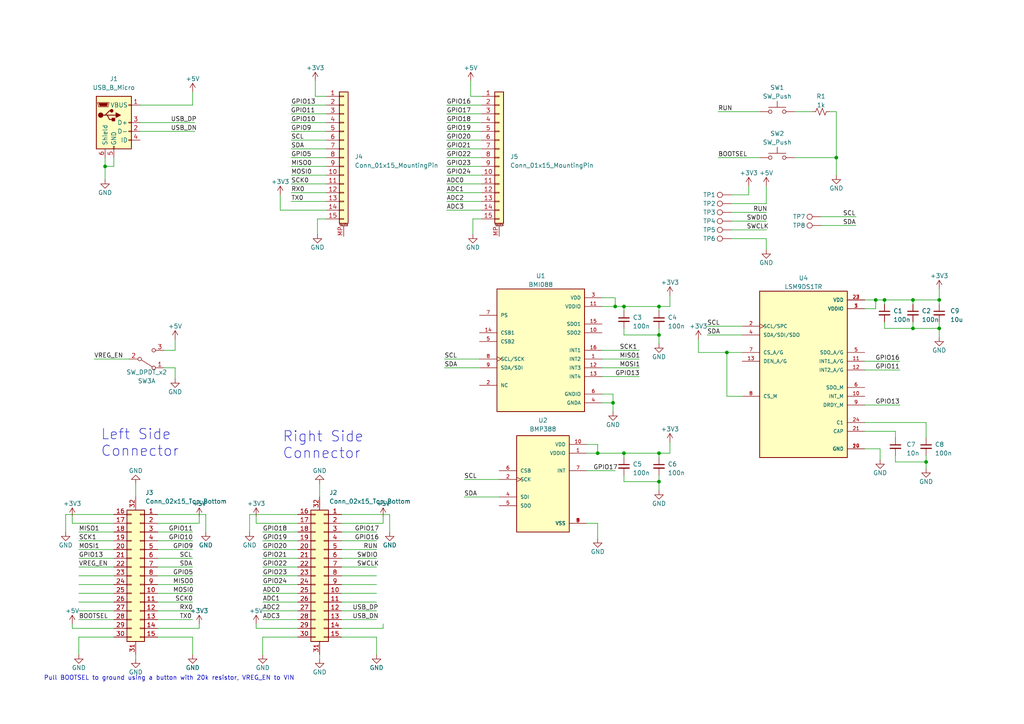
<source format=kicad_sch>
(kicad_sch (version 20231120) (generator "eeschema") (generator_version "8.0")
  (paper "A4")
  (lib_symbols
    (symbol "BMI088:BMI088" (pin_names (offset 1.016))
      (property "Reference" "U" (at -12.7 18.415 0))
      (property "Value" "BMI088" (at -12.7 -20.32 0))
      (symbol "BMI088_0_0"
        (rectangle (start -12.7 -17.78) (end 12.7 17.78) (stroke (width 0.254)) (fill (type background)))
        (pin bidirectional line (at 17.78 -2.54 180) (length 5.08) (name "INT2") (number "1"))
        (pin output line (at 17.78 5.08 180) (length 5.08) (name "SDO2") (number "10"))
        (pin power_in line (at 17.78 12.7 180) (length 5.08) (name "VDDIO") (number "11"))
        (pin bidirectional line (at 17.78 -5.08 180) (length 5.08) (name "INT3") (number "12"))
        (pin bidirectional line (at 17.78 -7.62 180) (length 5.08) (name "INT4") (number "13"))
        (pin input line (at -17.78 5.08 0) (length 5.08) (name "CSB1") (number "14"))
        (pin output line (at 17.78 7.62 180) (length 5.08) (name "SDO1") (number "15"))
        (pin bidirectional line (at 17.78 0 180) (length 5.08) (name "INT1") (number "16"))
        (pin passive line (at -17.78 -10.16 0) (length 5.08) (name "NC") (number "2"))
        (pin power_in line (at 17.78 15.24 180) (length 5.08) (name "VDD") (number "3"))
        (pin power_in line (at 17.78 -15.24 180) (length 5.08) (name "GNDA") (number "4"))
        (pin input line (at -17.78 2.54 0) (length 5.08) (name "CSB2") (number "5"))
        (pin power_in line (at 17.78 -12.7 180) (length 5.08) (name "GNDIO") (number "6"))
        (pin input line (at -17.78 10.16 0) (length 5.08) (name "PS") (number "7"))
        (pin input clock (at -17.78 -2.54 0) (length 5.08) (name "SCL/SCK") (number "8"))
        (pin bidirectional line (at -17.78 -5.08 0) (length 5.08) (name "SDA/SDI") (number "9"))
      )
    )
    (symbol "BMP388:BMP388" (pin_names (offset 1.016))
      (property "Reference" "U" (at -7.6281 15.2562 0))
      (property "Value" "BMP388" (at -7.6268 -15.2536 0))
      (symbol "BMP388_0_0"
        (rectangle (start -7.62 -12.7) (end 7.62 15.24) (stroke (width 0.254)) (fill (type background)))
        (pin power_in line (at 12.7 10.16 180) (length 5.08) (name "VDDIO") (number "1"))
        (pin power_in line (at 12.7 12.7 180) (length 5.08) (name "VDD") (number "10"))
        (pin input clock (at -12.7 2.54 0) (length 5.08) (name "SCK") (number "2"))
        (pin power_in line (at 12.7 -10.16 180) (length 5.08) (name "VSS") (number "3"))
        (pin bidirectional line (at -12.7 -2.54 0) (length 5.08) (name "SDI") (number "4"))
        (pin bidirectional line (at -12.7 -5.08 0) (length 5.08) (name "SDO") (number "5"))
        (pin input line (at -12.7 5.08 0) (length 5.08) (name "CSB") (number "6"))
        (pin output line (at 12.7 5.08 180) (length 5.08) (name "INT") (number "7"))
        (pin power_in line (at 12.7 -10.16 180) (length 5.08) (name "VSS") (number "8"))
        (pin power_in line (at 12.7 -10.16 180) (length 5.08) (name "VSS") (number "9"))
      )
    )
    (symbol "Connector:TestPoint" (pin_numbers hide) (pin_names (offset 0.762) hide)
      (property "Reference" "TP" (at 0 6.858 0))
      (property "Value" "TestPoint" (at 0 5.08 0))
      (symbol "TestPoint_0_1"
        (circle (center 0 3.302) (radius 0.762))
      )
      (symbol "TestPoint_1_1"
        (pin passive line (at 0 0 90) (length 2.54) (name "1") (number "1"))
      )
    )
    (symbol "Connector:USB_B_Micro" (pin_names (offset 1.016))
      (property "Reference" "J" (at -5.08 11.43 0))
      (property "Value" "USB_B_Micro" (at -5.08 8.89 0))
      (symbol "USB_B_Micro_0_1"
        (rectangle (start -5.08 -7.62) (end 5.08 7.62) (stroke (width 0.254)) (fill (type background)))
        (circle (center -3.81 2.159) (radius 0.635) (stroke (width 0.254)) (fill (type outline)))
        (circle (center -0.635 3.429) (radius 0.381) (stroke (width 0.254)) (fill (type outline)))
        (rectangle (start -0.127 -7.62) (end 0.127 -6.858))
        (polyline (pts (xy -1.905 2.159) (xy 0.635 2.159)) (stroke (width 0.254)))
        (polyline (pts (xy -3.175 2.159) (xy -2.54 2.159) (xy -1.27 3.429) (xy -0.635 3.429)) (stroke (width 0.254)))
        (polyline (pts (xy -2.54 2.159) (xy -1.905 2.159) (xy -1.27 0.889) (xy 0 0.889)) (stroke (width 0.254)))
        (polyline (pts (xy 0.635 2.794) (xy 0.635 1.524) (xy 1.905 2.159) (xy 0.635 2.794)) (stroke (width 0.254)) (fill (type outline)))
        (polyline (pts (xy -4.318 5.588) (xy -1.778 5.588) (xy -2.032 4.826) (xy -4.064 4.826) (xy -4.318 5.588)) (fill (type outline)))
        (polyline (pts (xy -4.699 5.842) (xy -4.699 5.588) (xy -4.445 4.826) (xy -4.445 4.572) (xy -1.651 4.572) (xy -1.651 4.826) (xy -1.397 5.588) (xy -1.397 5.842) (xy -4.699 5.842)))
        (rectangle (start 0.254 1.27) (end -0.508 0.508) (stroke (width 0.254)) (fill (type outline)))
        (rectangle (start 5.08 -5.207) (end 4.318 -4.953))
        (rectangle (start 5.08 -2.667) (end 4.318 -2.413))
        (rectangle (start 5.08 -0.127) (end 4.318 0.127))
        (rectangle (start 5.08 4.953) (end 4.318 5.207))
      )
      (symbol "USB_B_Micro_1_1"
        (pin power_out line (at 7.62 5.08 180) (length 2.54) (name "VBUS") (number "1"))
        (pin bidirectional line (at 7.62 -2.54 180) (length 2.54) (name "D-") (number "2"))
        (pin bidirectional line (at 7.62 0 180) (length 2.54) (name "D+") (number "3"))
        (pin passive line (at 7.62 -5.08 180) (length 2.54) (name "ID") (number "4"))
        (pin power_out line (at 0 -10.16 90) (length 2.54) (name "GND") (number "5"))
        (pin passive line (at -2.54 -10.16 90) (length 2.54) (name "Shield") (number "6"))
      )
    )
    (symbol "Connector_Generic_MountingPin:Conn_01x15_MountingPin" (pin_names (offset 1.016) hide)
      (property "Reference" "J" (at 0 20.32 0))
      (property "Value" "Conn_01x15_MountingPin" (at 1.27 -20.32 0))
      (symbol "Conn_01x15_MountingPin_1_1"
        (rectangle (start -1.27 -17.653) (end 0 -17.907) (stroke (width 0.1524)))
        (rectangle (start -1.27 -15.113) (end 0 -15.367) (stroke (width 0.1524)))
        (rectangle (start -1.27 -12.573) (end 0 -12.827) (stroke (width 0.1524)))
        (rectangle (start -1.27 -10.033) (end 0 -10.287) (stroke (width 0.1524)))
        (rectangle (start -1.27 -7.493) (end 0 -7.747) (stroke (width 0.1524)))
        (rectangle (start -1.27 -4.953) (end 0 -5.207) (stroke (width 0.1524)))
        (rectangle (start -1.27 -2.413) (end 0 -2.667) (stroke (width 0.1524)))
        (rectangle (start -1.27 0.127) (end 0 -0.127) (stroke (width 0.1524)))
        (rectangle (start -1.27 2.667) (end 0 2.413) (stroke (width 0.1524)))
        (rectangle (start -1.27 5.207) (end 0 4.953) (stroke (width 0.1524)))
        (rectangle (start -1.27 7.747) (end 0 7.493) (stroke (width 0.1524)))
        (rectangle (start -1.27 10.287) (end 0 10.033) (stroke (width 0.1524)))
        (rectangle (start -1.27 12.827) (end 0 12.573) (stroke (width 0.1524)))
        (rectangle (start -1.27 15.367) (end 0 15.113) (stroke (width 0.1524)))
        (rectangle (start -1.27 17.907) (end 0 17.653) (stroke (width 0.1524)))
        (rectangle (start -1.27 19.05) (end 1.27 -19.05) (stroke (width 0.254)) (fill (type background)))
        (polyline (pts (xy -1.016 -19.812) (xy 1.016 -19.812)) (stroke (width 0.1524)))
        (text "Mounting" (at 0 -19.431 0) (effects (font (size 0.381 0.381))))
        (pin passive line (at -5.08 17.78 0) (length 3.81) (name "Pin_1") (number "1"))
        (pin passive line (at -5.08 -5.08 0) (length 3.81) (name "Pin_10") (number "10"))
        (pin passive line (at -5.08 -7.62 0) (length 3.81) (name "Pin_11") (number "11"))
        (pin passive line (at -5.08 -10.16 0) (length 3.81) (name "Pin_12") (number "12"))
        (pin passive line (at -5.08 -12.7 0) (length 3.81) (name "Pin_13") (number "13"))
        (pin passive line (at -5.08 -15.24 0) (length 3.81) (name "Pin_14") (number "14"))
        (pin passive line (at -5.08 -17.78 0) (length 3.81) (name "Pin_15") (number "15"))
        (pin passive line (at -5.08 15.24 0) (length 3.81) (name "Pin_2") (number "2"))
        (pin passive line (at -5.08 12.7 0) (length 3.81) (name "Pin_3") (number "3"))
        (pin passive line (at -5.08 10.16 0) (length 3.81) (name "Pin_4") (number "4"))
        (pin passive line (at -5.08 7.62 0) (length 3.81) (name "Pin_5") (number "5"))
        (pin passive line (at -5.08 5.08 0) (length 3.81) (name "Pin_6") (number "6"))
        (pin passive line (at -5.08 2.54 0) (length 3.81) (name "Pin_7") (number "7"))
        (pin passive line (at -5.08 0 0) (length 3.81) (name "Pin_8") (number "8"))
        (pin passive line (at -5.08 -2.54 0) (length 3.81) (name "Pin_9") (number "9"))
        (pin passive line (at 0 -22.86 90) (length 3.048) (name "MountPin") (number "MP"))
      )
    )
    (symbol "Customs_Connectors:Conn_02x15_Top_Bottom" (pin_names (offset 1.016) hide)
      (property "Reference" "J" (at 2.54 20.32 0))
      (property "Value" "Conn_02x15_Top_Bottom" (at 1.27 -20.32 0))
      (symbol "Conn_02x15_Top_Bottom_1_1"
        (rectangle (start -1.27 -19.05) (end 3.81 19.05) (stroke (width 0.254)) (fill (type background)))
        (rectangle (start 0 -17.907) (end -1.27 -17.653) (stroke (width 0.1524)))
        (rectangle (start 0 -15.367) (end -1.27 -15.113) (stroke (width 0.1524)))
        (rectangle (start 0 -12.827) (end -1.27 -12.573) (stroke (width 0.1524)))
        (rectangle (start 0 -10.287) (end -1.27 -10.033) (stroke (width 0.1524)))
        (rectangle (start 0 -7.747) (end -1.27 -7.493) (stroke (width 0.1524)))
        (rectangle (start 0 -5.207) (end -1.27 -4.953) (stroke (width 0.1524)))
        (rectangle (start 0 -2.667) (end -1.27 -2.413) (stroke (width 0.1524)))
        (rectangle (start 0 -0.127) (end -1.27 0.127) (stroke (width 0.1524)))
        (rectangle (start 0 2.413) (end -1.27 2.667) (stroke (width 0.1524)))
        (rectangle (start 0 4.953) (end -1.27 5.207) (stroke (width 0.1524)))
        (rectangle (start 0 7.493) (end -1.27 7.747) (stroke (width 0.1524)))
        (rectangle (start 0 10.033) (end -1.27 10.287) (stroke (width 0.1524)))
        (rectangle (start 0 12.573) (end -1.27 12.827) (stroke (width 0.1524)))
        (rectangle (start 0 15.113) (end -1.27 15.367) (stroke (width 0.1524)))
        (rectangle (start 0 17.653) (end -1.27 17.907) (stroke (width 0.1524)))
        (rectangle (start 2.54 -17.907) (end 3.81 -17.653) (stroke (width 0.1524)))
        (rectangle (start 2.54 -15.367) (end 3.81 -15.113) (stroke (width 0.1524)))
        (rectangle (start 2.54 -12.827) (end 3.81 -12.573) (stroke (width 0.1524)))
        (rectangle (start 2.54 -10.287) (end 3.81 -10.033) (stroke (width 0.1524)))
        (rectangle (start 2.54 -7.747) (end 3.81 -7.493) (stroke (width 0.1524)))
        (rectangle (start 2.54 -5.207) (end 3.81 -4.953) (stroke (width 0.1524)))
        (rectangle (start 2.54 -2.667) (end 3.81 -2.413) (stroke (width 0.1524)))
        (rectangle (start 2.54 -0.127) (end 3.81 0.127) (stroke (width 0.1524)))
        (rectangle (start 2.54 2.413) (end 3.81 2.667) (stroke (width 0.1524)))
        (rectangle (start 2.54 4.953) (end 3.81 5.207) (stroke (width 0.1524)))
        (rectangle (start 2.54 7.493) (end 3.81 7.747) (stroke (width 0.1524)))
        (rectangle (start 2.54 10.033) (end 3.81 10.287) (stroke (width 0.1524)))
        (rectangle (start 2.54 12.573) (end 3.81 12.827) (stroke (width 0.1524)))
        (rectangle (start 2.54 15.113) (end 3.81 15.367) (stroke (width 0.1524)))
        (rectangle (start 2.54 17.653) (end 3.81 17.907) (stroke (width 0.1524)))
        (pin passive line (at 7.62 17.78 180) (length 3.81) (name "Pin_1") (number "1"))
        (pin passive line (at 7.62 -5.08 180) (length 3.81) (name "Pin_10") (number "10"))
        (pin passive line (at 7.62 -7.62 180) (length 3.81) (name "Pin_11") (number "11"))
        (pin passive line (at 7.62 -10.16 180) (length 3.81) (name "Pin_12") (number "12"))
        (pin passive line (at 7.62 -12.7 180) (length 3.81) (name "Pin_13") (number "13"))
        (pin passive line (at 7.62 -15.24 180) (length 3.81) (name "Pin_14") (number "14"))
        (pin passive line (at 7.62 -17.78 180) (length 3.81) (name "Pin_15") (number "15"))
        (pin passive line (at -5.08 17.78 0) (length 3.81) (name "Pin_16") (number "16"))
        (pin passive line (at -5.08 15.24 0) (length 3.81) (name "Pin_17") (number "17"))
        (pin passive line (at -5.08 12.7 0) (length 3.81) (name "Pin_18") (number "18"))
        (pin passive line (at -5.08 10.16 0) (length 3.81) (name "Pin_19") (number "19"))
        (pin passive line (at 7.62 15.24 180) (length 3.81) (name "Pin_2") (number "2"))
        (pin passive line (at -5.08 7.62 0) (length 3.81) (name "Pin_20") (number "20"))
        (pin passive line (at -5.08 5.08 0) (length 3.81) (name "Pin_21") (number "21"))
        (pin passive line (at -5.08 2.54 0) (length 3.81) (name "Pin_22") (number "22"))
        (pin passive line (at -5.08 0 0) (length 3.81) (name "Pin_23") (number "23"))
        (pin passive line (at -5.08 -2.54 0) (length 3.81) (name "Pin_24") (number "24"))
        (pin passive line (at -5.08 -5.08 0) (length 3.81) (name "Pin_25") (number "25"))
        (pin passive line (at -5.08 -7.62 0) (length 3.81) (name "Pin_26") (number "26"))
        (pin passive line (at -5.08 -10.16 0) (length 3.81) (name "Pin_27") (number "27"))
        (pin passive line (at -5.08 -12.7 0) (length 3.81) (name "Pin_28") (number "28"))
        (pin passive line (at -5.08 -15.24 0) (length 3.81) (name "Pin_29") (number "29"))
        (pin passive line (at 7.62 12.7 180) (length 3.81) (name "Pin_3") (number "3"))
        (pin passive line (at -5.08 -17.78 0) (length 3.81) (name "Pin_30") (number "30"))
        (pin passive line (at 1.27 -22.86 90) (length 3.81) (name "Pin_30") (number "31"))
        (pin passive line (at 1.27 22.86 270) (length 3.81) (name "Pin_30") (number "32"))
        (pin passive line (at 7.62 10.16 180) (length 3.81) (name "Pin_4") (number "4"))
        (pin passive line (at 7.62 7.62 180) (length 3.81) (name "Pin_5") (number "5"))
        (pin passive line (at 7.62 5.08 180) (length 3.81) (name "Pin_6") (number "6"))
        (pin passive line (at 7.62 2.54 180) (length 3.81) (name "Pin_7") (number "7"))
        (pin passive line (at 7.62 0 180) (length 3.81) (name "Pin_8") (number "8"))
        (pin passive line (at 7.62 -2.54 180) (length 3.81) (name "Pin_9") (number "9"))
      )
    )
    (symbol "Device:C_Small" (pin_numbers hide) (pin_names (offset 0.254) hide)
      (property "Reference" "C" (at 0.254 1.778 0))
      (property "Value" "C_Small" (at 0.254 -2.032 0))
      (symbol "C_Small_0_1"
        (polyline (pts (xy -1.524 -0.508) (xy 1.524 -0.508)) (stroke (width 0.3302)))
        (polyline (pts (xy -1.524 0.508) (xy 1.524 0.508)) (stroke (width 0.3048)))
      )
      (symbol "C_Small_1_1"
        (pin passive line (at 0 2.54 270) (length 2.032) (name "~") (number "1"))
        (pin passive line (at 0 -2.54 90) (length 2.032) (name "~") (number "2"))
      )
    )
    (symbol "Device:R_Small_US" (pin_numbers hide) (pin_names (offset 0.254) hide)
      (property "Reference" "R" (at 0.762 0.508 0))
      (property "Value" "R_Small_US" (at 0.762 -1.016 0))
      (symbol "R_Small_US_1_1"
        (polyline (pts (xy 0 0) (xy 1.016 -0.381) (xy 0 -0.762) (xy -1.016 -1.143) (xy 0 -1.524)))
        (polyline (pts (xy 0 1.524) (xy 1.016 1.143) (xy 0 0.762) (xy -1.016 0.381) (xy 0 0)))
        (pin passive line (at 0 2.54 270) (length 1.016) (name "~") (number "1"))
        (pin passive line (at 0 -2.54 90) (length 1.016) (name "~") (number "2"))
      )
    )
    (symbol "LSM9DS1TR:LSM9DS1TR" (pin_names (offset 1.016))
      (property "Reference" "U" (at -12.7213 26.0786 0))
      (property "Value" "LSM9DS1TR" (at -12.7214 -25.4427 0))
      (symbol "LSM9DS1TR_0_0"
        (rectangle (start -12.7 -22.86) (end 12.7 25.4) (stroke (width 0.254)) (fill (type background)))
        (pin power_in line (at 17.78 20.32 180) (length 5.08) (name "VDDIO") (number "1"))
        (pin output line (at 17.78 -5.08 180) (length 5.08) (name "INT_M") (number "10"))
        (pin output line (at 17.78 5.08 180) (length 5.08) (name "INT1_A/G") (number "11"))
        (pin output line (at 17.78 2.54 180) (length 5.08) (name "INT2_A/G") (number "12"))
        (pin input line (at -17.78 5.08 0) (length 5.08) (name "DEN_A/G") (number "13"))
        (pin power_in line (at 17.78 -20.32 180) (length 5.08) (name "GND") (number "19"))
        (pin input clock (at -17.78 15.24 0) (length 5.08) (name "SCL/SPC") (number "2"))
        (pin power_in line (at 17.78 -20.32 180) (length 5.08) (name "GND") (number "20"))
        (pin passive line (at 17.78 -15.24 180) (length 5.08) (name "CAP") (number "21"))
        (pin power_in line (at 17.78 22.86 180) (length 5.08) (name "VDD") (number "22"))
        (pin power_in line (at 17.78 22.86 180) (length 5.08) (name "VDD") (number "23"))
        (pin passive line (at 17.78 -12.7 180) (length 5.08) (name "C1") (number "24"))
        (pin power_in line (at 17.78 20.32 180) (length 5.08) (name "VDDIO") (number "3"))
        (pin bidirectional line (at -17.78 12.7 0) (length 5.08) (name "SDA/SDI/SDO") (number "4"))
        (pin output line (at 17.78 7.62 180) (length 5.08) (name "SDO_A/G") (number "5"))
        (pin output line (at 17.78 -2.54 180) (length 5.08) (name "SDO_M") (number "6"))
        (pin input line (at -17.78 7.62 0) (length 5.08) (name "CS_A/G") (number "7"))
        (pin input line (at -17.78 -5.08 0) (length 5.08) (name "CS_M") (number "8"))
        (pin output line (at 17.78 -7.62 180) (length 5.08) (name "DRDY_M") (number "9"))
      )
    )
    (symbol "Switch:SW_DPDT_x2" (pin_names (offset 0) hide)
      (property "Reference" "SW" (at 0 4.318 0))
      (property "Value" "SW_DPDT_x2" (at 0 -5.08 0))
      (symbol "SW_DPDT_x2_0_0"
        (circle (center -2.032 0) (radius 0.508))
        (circle (center 2.032 -2.54) (radius 0.508))
      )
      (symbol "SW_DPDT_x2_0_1"
        (polyline (pts (xy -1.524 0.254) (xy 1.651 2.286)))
        (circle (center 2.032 2.54) (radius 0.508))
      )
      (symbol "SW_DPDT_x2_1_1"
        (pin passive line (at 5.08 2.54 180) (length 2.54) (name "A") (number "1"))
        (pin passive line (at -5.08 0 0) (length 2.54) (name "B") (number "2"))
        (pin passive line (at 5.08 -2.54 180) (length 2.54) (name "C") (number "3"))
      )
      (symbol "SW_DPDT_x2_2_1"
        (pin passive line (at 5.08 2.54 180) (length 2.54) (name "A") (number "4"))
        (pin passive line (at -5.08 0 0) (length 2.54) (name "B") (number "5"))
        (pin passive line (at 5.08 -2.54 180) (length 2.54) (name "C") (number "6"))
      )
    )
    (symbol "Switch:SW_Push" (pin_numbers hide) (pin_names (offset 1.016) hide)
      (property "Reference" "SW" (at 1.27 2.54 0))
      (property "Value" "SW_Push" (at 0 -1.524 0))
      (symbol "SW_Push_0_1"
        (circle (center -2.032 0) (radius 0.508))
        (polyline (pts (xy 0 1.27) (xy 0 3.048)))
        (polyline (pts (xy 2.54 1.27) (xy -2.54 1.27)))
        (circle (center 2.032 0) (radius 0.508))
        (pin passive line (at -5.08 0 0) (length 2.54) (name "1") (number "1"))
        (pin passive line (at 5.08 0 180) (length 2.54) (name "2") (number "2"))
      )
    )
    (symbol "power:+3.3V" (power) (pin_names (offset 0))
      (property "Value" "+3.3V" (at 0 3.556 0))
      (symbol "+3.3V_0_1"
        (polyline (pts (xy -0.762 1.27) (xy 0 2.54)))
        (polyline (pts (xy 0 0) (xy 0 2.54)))
        (polyline (pts (xy 0 2.54) (xy 0.762 1.27)))
      )
      (symbol "+3.3V_1_1"
        (pin power_in line (at 0 0 90) (length 0) hide (name "+3V3") (number "1"))
      )
    )
    (symbol "power:+5V" (power) (pin_names (offset 0))
      (property "Value" "+5V" (at 0 3.556 0))
      (symbol "+5V_0_1"
        (polyline (pts (xy -0.762 1.27) (xy 0 2.54)))
        (polyline (pts (xy 0 0) (xy 0 2.54)))
        (polyline (pts (xy 0 2.54) (xy 0.762 1.27)))
      )
      (symbol "+5V_1_1"
        (pin power_in line (at 0 0 90) (length 0) hide (name "+5V") (number "1"))
      )
    )
    (symbol "power:GND" (power) (pin_names (offset 0))
      (property "Value" "GND" (at 0 -3.81 0))
      (symbol "GND_0_1"
        (polyline (pts (xy 0 0) (xy 0 -1.27) (xy 1.27 -1.27) (xy 0 -2.54) (xy -1.27 -1.27) (xy 0 -1.27)))
      )
      (symbol "GND_1_1"
        (pin power_in line (at 0 0 270) (length 0) hide (name "GND") (number "1"))
      )
    )
  )
  (junction (at 264.795 95.25))
  (junction (at 177.8 116.84))
  (junction (at 210.82 102.235))
  (junction (at 242.57 45.72))
  (junction (at 30.48 48.26))
  (junction (at 268.605 133.985))
  (junction (at 256.54 86.995))
  (junction (at 178.435 88.9))
  (junction (at 180.975 131.445))
  (junction (at 191.135 88.9))
  (junction (at 173.355 131.445))
  (junction (at 191.135 139.7))
  (junction (at 191.135 97.155))
  (junction (at 254 86.995))
  (junction (at 272.415 86.995))
  (junction (at 272.415 95.25))
  (junction (at 191.135 131.445))
  (junction (at 264.795 86.995))
  (junction (at 180.975 88.9))
  (wire (pts (xy 250.825 130.175) (xy 255.27 130.175)))
  (wire (pts (xy 217.17 53.975) (xy 217.17 56.515)))
  (wire (pts (xy 174.625 104.14) (xy 185.42 104.14)))
  (wire (pts (xy 134.62 139.065) (xy 144.78 139.065)))
  (wire (pts (xy 20.955 182.245) (xy 33.02 182.245)))
  (wire (pts (xy 240.665 32.385) (xy 242.57 32.385)))
  (wire (pts (xy 20.955 151.765) (xy 33.02 151.765)))
  (wire (pts (xy 91.44 27.94) (xy 94.615 27.94)))
  (wire (pts (xy 99.06 177.165) (xy 109.22 177.165)))
  (wire (pts (xy 22.86 156.845) (xy 33.02 156.845)))
  (wire (pts (xy 74.295 182.245) (xy 86.36 182.245)))
  (wire (pts (xy 210.82 114.935) (xy 215.265 114.935)))
  (wire (pts (xy 57.785 149.86) (xy 57.785 151.765)))
  (wire (pts (xy 81.28 56.515) (xy 81.28 60.96)))
  (wire (pts (xy 254 86.995) (xy 254 89.535)))
  (wire (pts (xy 40.64 38.1) (xy 56.515 38.1)))
  (wire (pts (xy 45.72 179.705) (xy 55.88 179.705)))
  (wire (pts (xy 111.125 149.86) (xy 111.125 151.765)))
  (wire (pts (xy 99.06 179.705) (xy 109.22 179.705)))
  (wire (pts (xy 128.905 104.14) (xy 139.065 104.14)))
  (wire (pts (xy 76.2 167.005) (xy 86.36 167.005)))
  (wire (pts (xy 39.37 189.865) (xy 39.37 191.135)))
  (wire (pts (xy 22.86 164.465) (xy 33.02 164.465)))
  (wire (pts (xy 76.2 184.785) (xy 86.36 184.785)))
  (wire (pts (xy 76.2 174.625) (xy 86.36 174.625)))
  (wire (pts (xy 45.72 172.085) (xy 55.88 172.085)))
  (wire (pts (xy 22.86 161.925) (xy 33.02 161.925)))
  (wire (pts (xy 194.31 85.725) (xy 194.31 88.9)))
  (wire (pts (xy 250.825 122.555) (xy 268.605 122.555)))
  (wire (pts (xy 19.05 149.225) (xy 33.02 149.225)))
  (wire (pts (xy 205.105 94.615) (xy 215.265 94.615)))
  (wire (pts (xy 129.54 50.8) (xy 139.7 50.8)))
  (wire (pts (xy 177.8 116.84) (xy 177.8 119.38)))
  (wire (pts (xy 250.825 125.095) (xy 259.715 125.095)))
  (wire (pts (xy 40.64 30.48) (xy 55.88 30.48)))
  (wire (pts (xy 94.615 60.96) (xy 81.28 60.96)))
  (wire (pts (xy 170.18 128.905) (xy 173.355 128.905)))
  (wire (pts (xy 76.2 172.085) (xy 86.36 172.085)))
  (wire (pts (xy 45.72 182.245) (xy 57.785 182.245)))
  (wire (pts (xy 212.09 66.675) (xy 222.25 66.675)))
  (wire (pts (xy 272.415 83.82) (xy 272.415 86.995)))
  (wire (pts (xy 191.135 131.445) (xy 191.135 132.715)))
  (wire (pts (xy 50.8 98.425) (xy 50.8 101.6)))
  (wire (pts (xy 191.135 139.7) (xy 191.135 137.795)))
  (wire (pts (xy 178.435 88.9) (xy 178.435 86.36)))
  (wire (pts (xy 99.06 167.005) (xy 109.22 167.005)))
  (wire (pts (xy 173.355 151.765) (xy 173.355 156.21)))
  (wire (pts (xy 99.06 149.225) (xy 113.03 149.225)))
  (wire (pts (xy 173.355 131.445) (xy 180.975 131.445)))
  (wire (pts (xy 202.565 102.235) (xy 210.82 102.235)))
  (wire (pts (xy 256.54 86.995) (xy 264.795 86.995)))
  (wire (pts (xy 45.72 159.385) (xy 55.88 159.385)))
  (wire (pts (xy 254 86.995) (xy 256.54 86.995)))
  (wire (pts (xy 174.625 109.22) (xy 185.42 109.22)))
  (wire (pts (xy 212.09 61.595) (xy 222.25 61.595)))
  (wire (pts (xy 178.435 88.9) (xy 180.975 88.9)))
  (wire (pts (xy 22.86 154.305) (xy 33.02 154.305)))
  (wire (pts (xy 92.71 189.865) (xy 92.71 191.135)))
  (wire (pts (xy 129.54 48.26) (xy 139.7 48.26)))
  (wire (pts (xy 242.57 45.72) (xy 242.57 50.8)))
  (wire (pts (xy 76.2 164.465) (xy 86.36 164.465)))
  (wire (pts (xy 191.135 97.155) (xy 191.135 95.25)))
  (wire (pts (xy 180.975 88.9) (xy 180.975 90.17)))
  (wire (pts (xy 33.02 45.72) (xy 33.02 48.26)))
  (wire (pts (xy 170.18 136.525) (xy 178.435 136.525)))
  (wire (pts (xy 129.54 53.34) (xy 139.7 53.34)))
  (wire (pts (xy 136.525 23.495) (xy 136.525 27.94)))
  (wire (pts (xy 27.305 104.14) (xy 37.465 104.14)))
  (wire (pts (xy 208.28 32.385) (xy 220.345 32.385)))
  (wire (pts (xy 174.625 101.6) (xy 185.42 101.6)))
  (wire (pts (xy 202.565 98.425) (xy 202.565 102.235)))
  (wire (pts (xy 264.795 95.25) (xy 264.795 93.345)))
  (wire (pts (xy 76.2 179.705) (xy 86.36 179.705)))
  (wire (pts (xy 22.86 169.545) (xy 33.02 169.545)))
  (wire (pts (xy 99.06 172.085) (xy 109.22 172.085)))
  (wire (pts (xy 30.48 45.72) (xy 30.48 48.26)))
  (wire (pts (xy 84.455 40.64) (xy 94.615 40.64)))
  (wire (pts (xy 76.2 177.165) (xy 86.36 177.165)))
  (wire (pts (xy 180.975 139.7) (xy 191.135 139.7)))
  (wire (pts (xy 230.505 32.385) (xy 235.585 32.385)))
  (wire (pts (xy 84.455 50.8) (xy 94.615 50.8)))
  (wire (pts (xy 45.72 154.305) (xy 55.88 154.305)))
  (wire (pts (xy 55.88 184.785) (xy 55.88 189.865)))
  (wire (pts (xy 129.54 30.48) (xy 139.7 30.48)))
  (wire (pts (xy 180.975 95.25) (xy 180.975 97.155)))
  (wire (pts (xy 99.06 154.305) (xy 109.22 154.305)))
  (wire (pts (xy 33.02 48.26) (xy 30.48 48.26)))
  (wire (pts (xy 74.295 149.86) (xy 74.295 151.765)))
  (wire (pts (xy 99.06 161.925) (xy 109.22 161.925)))
  (wire (pts (xy 129.54 43.18) (xy 139.7 43.18)))
  (wire (pts (xy 91.44 23.495) (xy 91.44 27.94)))
  (wire (pts (xy 84.455 45.72) (xy 94.615 45.72)))
  (wire (pts (xy 47.625 101.6) (xy 50.8 101.6)))
  (wire (pts (xy 272.415 95.25) (xy 272.415 97.79)))
  (wire (pts (xy 170.18 131.445) (xy 173.355 131.445)))
  (wire (pts (xy 136.525 27.94) (xy 139.7 27.94)))
  (wire (pts (xy 177.8 114.3) (xy 177.8 116.84)))
  (wire (pts (xy 84.455 43.18) (xy 94.615 43.18)))
  (wire (pts (xy 215.265 102.235) (xy 210.82 102.235)))
  (wire (pts (xy 84.455 35.56) (xy 94.615 35.56)))
  (wire (pts (xy 99.06 182.245) (xy 111.125 182.245)))
  (wire (pts (xy 174.625 86.36) (xy 178.435 86.36)))
  (wire (pts (xy 76.2 154.305) (xy 86.36 154.305)))
  (wire (pts (xy 238.125 62.865) (xy 248.285 62.865)))
  (wire (pts (xy 129.54 35.56) (xy 139.7 35.56)))
  (wire (pts (xy 230.505 45.72) (xy 242.57 45.72)))
  (wire (pts (xy 45.72 149.225) (xy 59.69 149.225)))
  (wire (pts (xy 272.415 86.995) (xy 272.415 88.265)))
  (wire (pts (xy 191.135 131.445) (xy 194.31 131.445)))
  (wire (pts (xy 99.06 156.845) (xy 109.22 156.845)))
  (wire (pts (xy 99.06 169.545) (xy 109.22 169.545)))
  (wire (pts (xy 76.2 156.845) (xy 86.36 156.845)))
  (wire (pts (xy 84.455 48.26) (xy 94.615 48.26)))
  (wire (pts (xy 99.06 151.765) (xy 111.125 151.765)))
  (wire (pts (xy 84.455 58.42) (xy 94.615 58.42)))
  (wire (pts (xy 268.605 122.555) (xy 268.605 127)))
  (wire (pts (xy 205.105 97.155) (xy 215.265 97.155)))
  (wire (pts (xy 84.455 38.1) (xy 94.615 38.1)))
  (wire (pts (xy 255.27 130.175) (xy 255.27 133.35)))
  (wire (pts (xy 259.715 132.08) (xy 259.715 133.985)))
  (wire (pts (xy 45.72 177.165) (xy 55.88 177.165)))
  (wire (pts (xy 111.125 182.245) (xy 111.125 180.975)))
  (wire (pts (xy 72.39 149.225) (xy 72.39 154.305)))
  (wire (pts (xy 129.54 60.96) (xy 139.7 60.96)))
  (wire (pts (xy 76.2 161.925) (xy 86.36 161.925)))
  (wire (pts (xy 260.985 104.775) (xy 250.825 104.775)))
  (wire (pts (xy 22.86 184.785) (xy 33.02 184.785)))
  (wire (pts (xy 22.86 172.085) (xy 33.02 172.085)))
  (wire (pts (xy 208.28 45.72) (xy 220.345 45.72)))
  (wire (pts (xy 20.955 149.86) (xy 20.955 151.765)))
  (wire (pts (xy 74.295 180.975) (xy 74.295 182.245)))
  (wire (pts (xy 45.72 164.465) (xy 55.88 164.465)))
  (wire (pts (xy 22.86 159.385) (xy 33.02 159.385)))
  (wire (pts (xy 57.785 182.245) (xy 57.785 180.975)))
  (wire (pts (xy 30.48 48.26) (xy 30.48 52.07)))
  (wire (pts (xy 22.86 179.705) (xy 33.02 179.705)))
  (wire (pts (xy 174.625 116.84) (xy 177.8 116.84)))
  (wire (pts (xy 242.57 32.385) (xy 242.57 45.72)))
  (wire (pts (xy 45.72 161.925) (xy 55.88 161.925)))
  (wire (pts (xy 92.71 140.335) (xy 92.71 144.145)))
  (wire (pts (xy 259.715 125.095) (xy 259.715 127)))
  (wire (pts (xy 129.54 38.1) (xy 139.7 38.1)))
  (wire (pts (xy 76.2 169.545) (xy 86.36 169.545)))
  (wire (pts (xy 39.37 140.335) (xy 39.37 144.145)))
  (wire (pts (xy 45.72 184.785) (xy 55.88 184.785)))
  (wire (pts (xy 260.985 107.315) (xy 250.825 107.315)))
  (wire (pts (xy 264.795 86.995) (xy 272.415 86.995)))
  (wire (pts (xy 191.135 88.9) (xy 194.31 88.9)))
  (wire (pts (xy 129.54 40.64) (xy 139.7 40.64)))
  (wire (pts (xy 180.975 131.445) (xy 180.975 132.715)))
  (wire (pts (xy 59.69 149.225) (xy 59.69 154.305)))
  (wire (pts (xy 264.795 86.995) (xy 264.795 88.265)))
  (wire (pts (xy 180.975 137.795) (xy 180.975 139.7)))
  (wire (pts (xy 55.88 30.48) (xy 55.88 26.67)))
  (wire (pts (xy 94.615 33.02) (xy 84.455 33.02)))
  (wire (pts (xy 94.615 63.5) (xy 92.075 63.5)))
  (wire (pts (xy 45.72 167.005) (xy 55.88 167.005)))
  (wire (pts (xy 256.54 93.345) (xy 256.54 95.25)))
  (wire (pts (xy 134.62 144.145) (xy 144.78 144.145)))
  (wire (pts (xy 129.54 45.72) (xy 139.7 45.72)))
  (wire (pts (xy 128.905 106.68) (xy 139.065 106.68)))
  (wire (pts (xy 74.295 151.765) (xy 86.36 151.765)))
  (wire (pts (xy 268.605 133.985) (xy 268.605 135.89)))
  (wire (pts (xy 212.09 64.135) (xy 222.25 64.135)))
  (wire (pts (xy 45.72 156.845) (xy 55.88 156.845)))
  (wire (pts (xy 222.25 69.215) (xy 222.25 72.39)))
  (wire (pts (xy 191.135 97.155) (xy 191.135 99.695)))
  (wire (pts (xy 99.06 164.465) (xy 109.22 164.465)))
  (wire (pts (xy 109.22 184.785) (xy 109.22 189.865)))
  (wire (pts (xy 259.715 133.985) (xy 268.605 133.985)))
  (wire (pts (xy 272.415 93.345) (xy 272.415 95.25)))
  (wire (pts (xy 180.975 88.9) (xy 191.135 88.9)))
  (wire (pts (xy 256.54 86.995) (xy 256.54 88.265)))
  (wire (pts (xy 194.31 128.27) (xy 194.31 131.445)))
  (wire (pts (xy 22.86 177.165) (xy 33.02 177.165)))
  (wire (pts (xy 84.455 55.88) (xy 94.615 55.88)))
  (wire (pts (xy 76.2 159.385) (xy 86.36 159.385)))
  (wire (pts (xy 129.54 58.42) (xy 139.7 58.42)))
  (wire (pts (xy 40.64 35.56) (xy 56.515 35.56)))
  (wire (pts (xy 45.72 174.625) (xy 55.88 174.625)))
  (wire (pts (xy 212.09 69.215) (xy 222.25 69.215)))
  (wire (pts (xy 137.16 63.5) (xy 137.16 67.945)))
  (wire (pts (xy 222.25 53.975) (xy 222.25 59.055)))
  (wire (pts (xy 250.825 117.475) (xy 260.985 117.475)))
  (wire (pts (xy 174.625 88.9) (xy 178.435 88.9)))
  (wire (pts (xy 173.355 131.445) (xy 173.355 128.905)))
  (wire (pts (xy 254 89.535) (xy 250.825 89.535)))
  (wire (pts (xy 250.825 86.995) (xy 254 86.995)))
  (wire (pts (xy 99.06 184.785) (xy 109.22 184.785)))
  (wire (pts (xy 174.625 106.68) (xy 185.42 106.68)))
  (wire (pts (xy 99.06 159.385) (xy 109.22 159.385)))
  (wire (pts (xy 170.18 151.765) (xy 173.355 151.765)))
  (wire (pts (xy 212.09 59.055) (xy 222.25 59.055)))
  (wire (pts (xy 84.455 30.48) (xy 94.615 30.48)))
  (wire (pts (xy 113.03 149.225) (xy 113.03 154.305)))
  (wire (pts (xy 268.605 133.985) (xy 268.605 132.08)))
  (wire (pts (xy 20.955 180.975) (xy 20.955 182.245)))
  (wire (pts (xy 92.075 63.5) (xy 92.075 67.945)))
  (wire (pts (xy 180.975 131.445) (xy 191.135 131.445)))
  (wire (pts (xy 210.82 102.235) (xy 210.82 114.935)))
  (wire (pts (xy 174.625 114.3) (xy 177.8 114.3)))
  (wire (pts (xy 212.09 56.515) (xy 217.17 56.515)))
  (wire (pts (xy 22.86 184.785) (xy 22.86 189.865)))
  (wire (pts (xy 22.86 167.005) (xy 33.02 167.005)))
  (wire (pts (xy 22.86 174.625) (xy 33.02 174.625)))
  (wire (pts (xy 129.54 55.88) (xy 139.7 55.88)))
  (wire (pts (xy 19.05 149.225) (xy 19.05 154.305)))
  (wire (pts (xy 191.135 139.7) (xy 191.135 142.24)))
  (wire (pts (xy 256.54 95.25) (xy 264.795 95.25)))
  (wire (pts (xy 238.125 65.405) (xy 248.285 65.405)))
  (wire (pts (xy 191.135 88.9) (xy 191.135 90.17)))
  (wire (pts (xy 129.54 33.02) (xy 139.7 33.02)))
  (wire (pts (xy 139.7 63.5) (xy 137.16 63.5)))
  (wire (pts (xy 45.72 151.765) (xy 57.785 151.765)))
  (wire (pts (xy 84.455 53.34) (xy 94.615 53.34)))
  (wire (pts (xy 99.06 174.625) (xy 109.22 174.625)))
  (wire (pts (xy 47.625 106.68) (xy 50.8 106.68)))
  (wire (pts (xy 45.72 169.545) (xy 55.88 169.545)))
  (wire (pts (xy 72.39 149.225) (xy 86.36 149.225)))
  (wire (pts (xy 50.8 106.68) (xy 50.8 109.855)))
  (wire (pts (xy 76.2 184.785) (xy 76.2 189.865)))
  (wire (pts (xy 180.975 97.155) (xy 191.135 97.155)))
  (wire (pts (xy 264.795 95.25) (xy 272.415 95.25)))
  (text "Left Side\nConnector" (at 29.21 132.715 0) (effects (font (size 3 3)) (justify left bottom)))
  (text "Right Side\nConnector" (at 81.915 133.35 0) (effects (font (size 3 3)) (justify left bottom)))
  (text "Pull BOOTSEL to ground using a button with 20k resistor, VREG_EN to VIN\n" (at 12.7 197.485 0) (effects (font (size 1.27 1.27)) (justify left bottom)))
  (label "GPIO10" (at 84.455 35.56 0))
  (label "SCK0" (at 50.8 174.625 0))
  (label "GPIO22" (at 76.2 164.465 0))
  (label "MOSI0" (at 50.165 172.085 0))
  (label "SCL" (at 52.07 161.925 0))
  (label "GPIO17" (at 129.54 33.02 0))
  (label "SDA" (at 128.905 106.68 0))
  (label "SCK1" (at 179.705 101.6 0))
  (label "MISO0" (at 50.165 169.545 0))
  (label "ADC2" (at 129.54 58.42 0))
  (label "GPIO16" (at 260.985 104.775 180))
  (label "SWDIO" (at 216.535 64.135 0))
  (label "USB_DP" (at 102.235 177.165 0))
  (label "GPIO10" (at 48.895 156.845 0))
  (label "VREG_EN" (at 22.86 164.465 0))
  (label "SWCLK" (at 103.505 164.465 0))
  (label "BOOTSEL" (at 208.28 45.72 0))
  (label "SDA" (at 244.475 65.405 0))
  (label "GPIO19" (at 76.2 156.845 0))
  (label "ADC0" (at 129.54 53.34 0))
  (label "GPIO5" (at 50.165 167.005 0))
  (label "RUN" (at 208.28 32.385 0))
  (label "GPIO13" (at 260.985 117.475 180))
  (label "SCL" (at 244.475 62.865 0))
  (label "GPIO24" (at 76.2 169.545 0))
  (label "GPIO11" (at 91.44 33.02 180))
  (label "SCL" (at 205.105 94.615 0))
  (label "GPIO5" (at 84.455 45.72 0))
  (label "GPIO23" (at 76.2 167.005 0))
  (label "TX0" (at 52.07 179.705 0))
  (label "VREG_EN" (at 27.305 104.14 0))
  (label "SCL" (at 128.905 104.14 0))
  (label "GPIO16" (at 129.54 30.48 0))
  (label "GPIO17" (at 102.87 154.305 0))
  (label "ADC2" (at 76.2 177.165 0))
  (label "SCL" (at 84.455 40.64 0))
  (label "GPIO13" (at 22.86 161.925 0))
  (label "GPIO17" (at 172.085 136.525 0))
  (label "BOOTSEL" (at 22.86 179.705 0))
  (label "SDA" (at 84.455 43.18 0))
  (label "GPIO21" (at 76.2 161.925 0))
  (label "GPIO13" (at 84.455 30.48 0))
  (label "GPIO18" (at 76.2 154.305 0))
  (label "TX0" (at 84.455 58.42 0))
  (label "ADC1" (at 129.54 55.88 0))
  (label "SDA" (at 52.07 164.465 0))
  (label "MOSI1" (at 179.705 106.68 0))
  (label "GPIO16" (at 102.87 156.845 0))
  (label "SWDIO" (at 103.505 161.925 0))
  (label "GPIO20" (at 76.2 159.385 0))
  (label "GPIO24" (at 129.54 50.8 0))
  (label "SDA" (at 205.105 97.155 0))
  (label "GPIO11" (at 48.895 154.305 0))
  (label "SCK0" (at 84.455 53.34 0))
  (label "SWCLK" (at 216.535 66.675 0))
  (label "RX0" (at 84.455 55.88 0))
  (label "GPIO20" (at 129.54 40.64 0))
  (label "MOSI1" (at 22.86 159.385 0))
  (label "GPIO19" (at 129.54 38.1 0))
  (label "MOSI0" (at 84.455 50.8 0))
  (label "ADC3" (at 76.2 179.705 0))
  (label "GPIO9" (at 50.165 159.385 0))
  (label "GPIO9" (at 84.455 38.1 0))
  (label "USB_DN" (at 49.53 38.1 0))
  (label "MISO1" (at 22.86 154.305 0))
  (label "SDA" (at 134.62 144.145 0))
  (label "USB_DN" (at 102.235 179.705 0))
  (label "SCK1" (at 22.86 156.845 0))
  (label "ADC3" (at 129.54 60.96 0))
  (label "GPIO11" (at 260.985 107.315 180))
  (label "MISO1" (at 179.705 104.14 0))
  (label "RX0" (at 52.07 177.165 0))
  (label "GPIO21" (at 129.54 43.18 0))
  (label "GPIO13" (at 178.435 109.22 0))
  (label "ADC0" (at 76.2 172.085 0))
  (label "SCL" (at 134.62 139.065 0))
  (label "ADC1" (at 76.2 174.625 0))
  (label "MISO0" (at 84.455 48.26 0))
  (label "RUN" (at 105.41 159.385 0))
  (label "GPIO22" (at 129.54 45.72 0))
  (label "USB_DP" (at 49.53 35.56 0))
  (label "RUN" (at 218.44 61.595 0))
  (label "GPIO23" (at 129.54 48.26 0))
  (label "GPIO18" (at 129.54 35.56 0))
  (symbol (lib_id "Device:C_Small") (at 191.135 92.71 0) (unit 1)
    (property "Reference" "C4" (at 193.675 92.0813 0) (effects (justify left)))
    (property "Value" "100n" (at 193.675 94.6213 0) (effects (justify left)))
    (property "Footprint" "Capacitor_SMD:C_0603_1608Metric" (effects (hide yes)))
  )
  (symbol (lib_id "power:GND") (at 92.71 191.135 0) (unit 1)
    (property "Reference" "#PWR018" (effects (hide yes)))
    (property "Value" "GND" (at 92.71 194.945 0))
  )
  (symbol (lib_id "power:+5V") (at 111.125 149.86 0) (unit 1)
    (property "Reference" "#PWR030" (effects (hide yes)))
    (property "Value" "+5V" (at 111.125 146.05 0))
  )
  (symbol (lib_id "power:+5V") (at 222.25 53.975 0) (mirror y) (unit 1)
    (property "Reference" "#PWR038" (effects (hide yes)))
    (property "Value" "+5V" (at 222.25 50.165 0))
  )
  (symbol (lib_id "Device:C_Small") (at 268.605 129.54 0) (unit 1)
    (property "Reference" "C8" (at 271.145 128.9113 0) (effects (justify left)))
    (property "Value" "100n" (at 271.145 131.4513 0) (effects (justify left)))
    (property "Footprint" "Capacitor_SMD:C_0603_1608Metric" (effects (hide yes)))
  )
  (symbol (lib_id "power:GND") (at 268.605 135.89 0) (unit 1)
    (property "Reference" "#PWR039" (effects (hide yes)))
    (property "Value" "GND" (at 268.605 139.7 0))
  )
  (symbol (lib_id "power:+5V") (at 50.8 98.425 0) (unit 1)
    (property "Reference" "#PWR042" (effects (hide yes)))
    (property "Value" "+5V" (at 50.8 94.615 0))
  )
  (symbol (lib_id "power:GND") (at 30.48 52.07 0) (unit 1)
    (property "Reference" "#PWR01" (effects (hide yes)))
    (property "Value" "GND" (at 30.48 55.88 0))
  )
  (symbol (lib_id "Connector:TestPoint") (at 212.09 69.215 90) (unit 1)
    (property "Reference" "TP6" (at 205.74 69.215 90))
    (property "Value" "TestPoint" (effects (hide yes)))
    (property "Footprint" "Customs_Connectors:TestPoint_Loop_1.6x0.8mm" (effects (hide yes)))
  )
  (symbol (lib_id "power:GND") (at 222.25 72.39 0) (unit 1)
    (property "Reference" "#PWR036" (effects (hide yes)))
    (property "Value" "GND" (at 222.25 76.2 0))
  )
  (symbol (lib_id "power:+3.3V") (at 91.44 23.495 0) (unit 1)
    (property "Reference" "#PWR03" (effects (hide yes)))
    (property "Value" "+3V3" (at 91.44 19.685 0))
  )
  (symbol (lib_id "Connector:USB_B_Micro") (at 33.02 35.56 0) (unit 1)
    (property "Reference" "J1" (at 33.02 22.86 0))
    (property "Value" "USB_B_Micro" (at 33.02 25.4 0))
    (property "Footprint" "Connector_USB:USB_Micro-B_Amphenol_10104110_Horizontal" (effects (hide yes)))
    (property "Description" "USB Micro Type B connector" (effects (hide yes)))
  )
  (symbol (lib_id "power:GND") (at 109.22 189.865 0) (unit 1)
    (property "Reference" "#PWR034" (effects (hide yes)))
    (property "Value" "GND" (at 109.22 193.675 0))
  )
  (symbol (lib_id "power:+5V") (at 136.525 23.495 0) (mirror y) (unit 1)
    (property "Reference" "#PWR04" (effects (hide yes)))
    (property "Value" "+5V" (at 136.525 19.685 0))
  )
  (symbol (lib_id "power:+3.3V") (at 74.295 149.86 0) (unit 1)
    (property "Reference" "#PWR025" (effects (hide yes)))
    (property "Value" "+3V3" (at 74.295 146.05 0))
  )
  (symbol (lib_id "power:+3.3V") (at 272.415 83.82 0) (unit 1)
    (property "Reference" "#PWR013" (effects (hide yes)))
    (property "Value" "+3V3" (at 272.415 80.01 0))
  )
  (symbol (lib_id "Switch:SW_Push") (at 225.425 32.385 0) (unit 1)
    (property "Reference" "SW1" (at 225.425 25.4 0))
    (property "Value" "SW_Push" (at 225.425 27.94 0))
    (property "Footprint" "Customs_Buttons:PTS815 SJM 250" (effects (hide yes)))
  )
  (symbol (lib_id "Device:C_Small") (at 191.135 135.255 0) (unit 1)
    (property "Reference" "C6" (at 193.675 134.6263 0) (effects (justify left)))
    (property "Value" "100n" (at 193.675 137.1663 0) (effects (justify left)))
    (property "Footprint" "Capacitor_SMD:C_0603_1608Metric" (effects (hide yes)))
  )
  (symbol (lib_id "LSM9DS1TR:LSM9DS1TR") (at 233.045 109.855 0) (unit 1)
    (property "Reference" "U4" (at 233.045 80.645 0))
    (property "Value" "LSM9DS1TR" (at 233.045 83.185 0))
    (property "Footprint" "Customs_Sensors:PQFN43P300X350X102-24N" (effects (hide yes)))
    (property "PARTREV" "3" (effects (hide yes)))
    (property "MANUFACTURER" "ST MICROELECTRONICS" (effects (hide yes)))
    (property "PACKAGE" "LGA-24" (effects (hide yes)))
    (property "STANDARD" "IPC 7351B" (effects (hide yes)))
  )
  (symbol (lib_id "BMP388:BMP388") (at 157.48 141.605 0) (unit 1)
    (property "Reference" "U2" (at 157.48 121.92 0))
    (property "Value" "BMP388" (at 157.48 124.46 0))
    (property "Footprint" "Customs_Sensors:PQFN50P200X200X80-10N" (effects (hide yes)))
    (property "PARTREV" "1.1" (effects (hide yes)))
    (property "STANDARD" "IPC 7351B" (effects (hide yes)))
    (property "MANUFACTURER" "BOSCH" (effects (hide yes)))
  )
  (symbol (lib_id "Connector:TestPoint") (at 212.09 59.055 90) (unit 1)
    (property "Reference" "TP2" (at 205.74 59.055 90))
    (property "Value" "TestPoint" (effects (hide yes)))
    (property "Footprint" "Customs_Connectors:TestPoint_Loop_1.6x0.8mm" (effects (hide yes)))
  )
  (symbol (lib_id "Device:C_Small") (at 256.54 90.805 0) (unit 1)
    (property "Reference" "C1" (at 259.08 90.1763 0) (effects (justify left)))
    (property "Value" "100n" (at 259.08 92.7163 0) (effects (justify left)))
    (property "Footprint" "Capacitor_SMD:C_0603_1608Metric" (effects (hide yes)))
  )
  (symbol (lib_id "power:+3.3V") (at 194.31 128.27 0) (unit 1)
    (property "Reference" "#PWR017" (effects (hide yes)))
    (property "Value" "+3V3" (at 194.31 124.46 0))
  )
  (symbol (lib_id "power:+3.3V") (at 81.28 56.515 0) (unit 1)
    (property "Reference" "#PWR043" (effects (hide yes)))
    (property "Value" "+3V3" (at 81.28 52.705 0))
  )
  (symbol (lib_id "power:+3.3V") (at 194.31 85.725 0) (unit 1)
    (property "Reference" "#PWR015" (effects (hide yes)))
    (property "Value" "+3V3" (at 194.31 81.915 0))
  )
  (symbol (lib_id "Switch:SW_DPDT_x2") (at 42.545 104.14 0) (mirror x) (unit 1)
    (property "Reference" "SW3" (at 42.545 110.49 0))
    (property "Value" "SW_DPDT_x2" (at 42.545 107.95 0))
    (property "Footprint" "Customs_Buttons:SPDT_Switch_AYZ0102AGRLC" (effects (hide yes)))
  )
  (symbol (lib_id "Connector_Generic_MountingPin:Conn_01x15_MountingPin") (at 144.78 45.72 0) (unit 1)
    (property "Reference" "J5" (at 147.955 45.4406 0) (effects (justify left)))
    (property "Value" "Conn_01x15_MountingPin" (at 147.955 47.9806 0) (effects (justify left)))
    (property "Footprint" "Connector_PinSocket_2.54mm:PinSocket_1x15_P2.54mm_Vertical" (effects (hide yes)))
  )
  (symbol (lib_id "power:+3.3V") (at 202.565 98.425 0) (unit 1)
    (property "Reference" "#PWR040" (effects (hide yes)))
    (property "Value" "+3V3" (at 202.565 94.615 0))
  )
  (symbol (lib_id "power:GND") (at 272.415 97.79 0) (unit 1)
    (property "Reference" "#PWR010" (effects (hide yes)))
    (property "Value" "GND" (at 272.415 101.6 0))
  )
  (symbol (lib_id "power:GND") (at 242.57 50.8 0) (unit 1)
    (property "Reference" "#PWR035" (effects (hide yes)))
    (property "Value" "GND" (at 242.57 54.61 0))
  )
  (symbol (lib_id "power:GND") (at 39.37 191.135 0) (unit 1)
    (property "Reference" "#PWR019" (effects (hide yes)))
    (property "Value" "GND" (at 39.37 194.945 0))
  )
  (symbol (lib_id "power:GND") (at 72.39 154.305 0) (unit 1)
    (property "Reference" "#PWR022" (effects (hide yes)))
    (property "Value" "GND" (at 72.39 158.115 0))
  )
  (symbol (lib_id "power:GND") (at 137.16 67.945 0) (unit 1)
    (property "Reference" "#PWR06" (effects (hide yes)))
    (property "Value" "GND" (at 137.16 71.755 0))
  )
  (symbol (lib_id "Device:R_Small_US") (at 238.125 32.385 90) (unit 1)
    (property "Reference" "R1" (at 238.125 27.94 90))
    (property "Value" "1k" (at 238.125 30.48 90))
    (property "Footprint" "Resistor_SMD:R_0603_1608Metric_Pad0.98x0.95mm_HandSolder" (effects (hide yes)))
  )
  (symbol (lib_id "power:+3.3V") (at 20.955 149.86 0) (unit 1)
    (property "Reference" "#PWR024" (effects (hide yes)))
    (property "Value" "+3V3" (at 20.955 146.05 0))
  )
  (symbol (lib_id "Connector_Generic_MountingPin:Conn_01x15_MountingPin") (at 99.695 45.72 0) (unit 1)
    (property "Reference" "J4" (at 102.87 45.4406 0) (effects (justify left)))
    (property "Value" "Conn_01x15_MountingPin" (at 102.87 47.9806 0) (effects (justify left)))
    (property "Footprint" "Connector_PinSocket_2.54mm:PinSocket_1x15_P2.54mm_Vertical" (effects (hide yes)))
  )
  (symbol (lib_id "Connector:TestPoint") (at 238.125 62.865 90) (unit 1)
    (property "Reference" "TP7" (at 231.775 62.865 90))
    (property "Value" "TestPoint" (effects (hide yes)))
    (property "Footprint" "Customs_Connectors:TestPoint_Loop_1.6x0.8mm" (effects (hide yes)))
  )
  (symbol (lib_id "power:GND") (at 76.2 189.865 0) (unit 1)
    (property "Reference" "#PWR033" (effects (hide yes)))
    (property "Value" "GND" (at 76.2 193.675 0))
  )
  (symbol (lib_id "Device:C_Small") (at 264.795 90.805 0) (unit 1)
    (property "Reference" "C2" (at 267.335 90.1763 0) (effects (justify left)))
    (property "Value" "100n" (at 267.335 92.7163 0) (effects (justify left)))
    (property "Footprint" "Capacitor_SMD:C_0603_1608Metric" (effects (hide yes)))
  )
  (symbol (lib_id "Customs_Connectors:Conn_02x15_Top_Bottom") (at 91.44 167.005 0) (unit 1)
    (property "Reference" "J2" (at 95.4787 142.875 0) (effects (justify left)))
    (property "Value" "Conn_02x15_Top_Bottom" (at 95.4787 145.415 0) (effects (justify left)))
    (property "Footprint" "Customs_Connectors:TE-3-2363962-0_30x0.4mm_Recepticle" (effects (hide yes)))
  )
  (symbol (lib_id "power:+5V") (at 57.785 149.86 0) (unit 1)
    (property "Reference" "#PWR028" (effects (hide yes)))
    (property "Value" "+5V" (at 57.785 146.05 0))
  )
  (symbol (lib_id "power:GND") (at 191.135 142.24 0) (unit 1)
    (property "Reference" "#PWR016" (effects (hide yes)))
    (property "Value" "GND" (at 191.135 146.05 0))
  )
  (symbol (lib_id "power:GND") (at 92.075 67.945 0) (unit 1)
    (property "Reference" "#PWR05" (effects (hide yes)))
    (property "Value" "GND" (at 92.075 71.755 0))
  )
  (symbol (lib_id "power:GND") (at 177.8 119.38 0) (unit 1)
    (property "Reference" "#PWR08" (effects (hide yes)))
    (property "Value" "GND" (at 177.8 123.19 0))
  )
  (symbol (lib_id "power:GND") (at 173.355 156.21 0) (unit 1)
    (property "Reference" "#PWR07" (effects (hide yes)))
    (property "Value" "GND" (at 173.355 160.02 0))
  )
  (symbol (lib_id "power:GND") (at 55.88 189.865 0) (unit 1)
    (property "Reference" "#PWR026" (effects (hide yes)))
    (property "Value" "GND" (at 55.88 193.675 0))
  )
  (symbol (lib_id "Device:C_Small") (at 180.975 135.255 0) (unit 1)
    (property "Reference" "C5" (at 183.515 134.6263 0) (effects (justify left)))
    (property "Value" "100n" (at 183.515 137.1663 0) (effects (justify left)))
    (property "Footprint" "Capacitor_SMD:C_0603_1608Metric" (effects (hide yes)))
  )
  (symbol (lib_id "power:GND") (at 92.71 140.335 180) (unit 1)
    (property "Reference" "#PWR021" (effects (hide yes)))
    (property "Value" "GND" (at 92.71 136.525 0))
  )
  (symbol (lib_id "Connector:TestPoint") (at 212.09 61.595 90) (unit 1)
    (property "Reference" "TP3" (at 205.74 61.595 90))
    (property "Value" "TestPoint" (effects (hide yes)))
    (property "Footprint" "Customs_Connectors:TestPoint_Loop_1.6x0.8mm" (effects (hide yes)))
  )
  (symbol (lib_id "power:GND") (at 19.05 154.305 0) (unit 1)
    (property "Reference" "#PWR023" (effects (hide yes)))
    (property "Value" "GND" (at 19.05 158.115 0))
  )
  (symbol (lib_id "power:+5V") (at 20.955 180.975 0) (mirror y) (unit 1)
    (property "Reference" "#PWR011" (effects (hide yes)))
    (property "Value" "+5V" (at 20.955 177.165 0))
  )
  (symbol (lib_id "power:+5V") (at 55.88 26.67 0) (mirror y) (unit 1)
    (property "Reference" "#PWR02" (effects (hide yes)))
    (property "Value" "+5V" (at 55.88 22.86 0))
  )
  (symbol (lib_id "power:GND") (at 22.86 189.865 0) (unit 1)
    (property "Reference" "#PWR012" (effects (hide yes)))
    (property "Value" "GND" (at 22.86 193.675 0))
  )
  (symbol (lib_id "Switch:SW_Push") (at 225.425 45.72 0) (unit 1)
    (property "Reference" "SW2" (at 225.425 38.735 0))
    (property "Value" "SW_Push" (at 225.425 41.275 0))
    (property "Footprint" "Customs_Buttons:PTS815 SJM 250" (effects (hide yes)))
  )
  (symbol (lib_id "Device:C_Small") (at 259.715 129.54 0) (unit 1)
    (property "Reference" "C7" (at 262.89 128.9113 0) (effects (justify left)))
    (property "Value" "10n" (at 262.89 131.4513 0) (effects (justify left)))
    (property "Footprint" "Capacitor_SMD:C_0603_1608Metric" (effects (hide yes)))
  )
  (symbol (lib_id "Connector:TestPoint") (at 212.09 64.135 90) (unit 1)
    (property "Reference" "TP4" (at 205.74 64.135 90))
    (property "Value" "TestPoint" (effects (hide yes)))
    (property "Footprint" "Customs_Connectors:TestPoint_Loop_1.6x0.8mm" (effects (hide yes)))
  )
  (symbol (lib_id "Connector:TestPoint") (at 212.09 66.675 90) (unit 1)
    (property "Reference" "TP5" (at 205.74 66.675 90))
    (property "Value" "TestPoint" (effects (hide yes)))
    (property "Footprint" "Customs_Connectors:TestPoint_Loop_1.6x0.8mm" (effects (hide yes)))
  )
  (symbol (lib_id "Connector:TestPoint") (at 212.09 56.515 90) (unit 1)
    (property "Reference" "TP1" (at 205.74 56.515 90))
    (property "Value" "TestPoint" (effects (hide yes)))
    (property "Footprint" "Customs_Connectors:TestPoint_Loop_1.6x0.8mm" (effects (hide yes)))
  )
  (symbol (lib_id "power:+5V") (at 74.295 180.975 0) (mirror y) (unit 1)
    (property "Reference" "#PWR032" (effects (hide yes)))
    (property "Value" "+5V" (at 74.295 177.165 0))
  )
  (symbol (lib_id "power:+3.3V") (at 57.785 180.975 0) (mirror y) (unit 1)
    (property "Reference" "#PWR027" (effects (hide yes)))
    (property "Value" "+3V3" (at 57.785 177.165 0))
  )
  (symbol (lib_id "power:+3.3V") (at 217.17 53.975 0) (unit 1)
    (property "Reference" "#PWR037" (effects (hide yes)))
    (property "Value" "+3V3" (at 217.17 50.165 0))
  )
  (symbol (lib_id "Connector:TestPoint") (at 238.125 65.405 90) (unit 1)
    (property "Reference" "TP8" (at 231.775 65.405 90))
    (property "Value" "TestPoint" (effects (hide yes)))
    (property "Footprint" "Customs_Connectors:TestPoint_Loop_1.6x0.8mm" (effects (hide yes)))
  )
  (symbol (lib_id "power:GND") (at 191.135 99.695 0) (unit 1)
    (property "Reference" "#PWR014" (effects (hide yes)))
    (property "Value" "GND" (at 191.135 103.505 0))
  )
  (symbol (lib_id "Device:C_Small") (at 180.975 92.71 0) (unit 1)
    (property "Reference" "C3" (at 183.515 92.0813 0) (effects (justify left)))
    (property "Value" "100n" (at 183.515 94.6213 0) (effects (justify left)))
    (property "Footprint" "Capacitor_SMD:C_0603_1608Metric" (effects (hide yes)))
  )
  (symbol (lib_id "power:GND") (at 255.27 133.35 0) (unit 1)
    (property "Reference" "#PWR09" (effects (hide yes)))
    (property "Value" "GND" (at 255.27 137.16 0))
  )
  (symbol (lib_id "BMI088:BMI088") (at 156.845 101.6 0) (unit 1)
    (property "Reference" "U1" (at 156.845 80.01 0))
    (property "Value" "BMI088" (at 156.845 82.55 0))
    (property "Footprint" "Customs_Sensors:PQFN50P450X300X100-16N" (effects (hide yes)))
    (property "MF" "Bosch Sensortec" (effects (hide yes)))
    (property "PURCHASE-URL" "https://pricing.snapeda.com/search/part/BMI088/?ref=eda" (effects (hide yes)))
    (property "PACKAGE" "VFLGA-16 Bosch Sensortec" (effects (hide yes)))
    (property "PRICE" "None" (effects (hide yes)))
    (property "MP" "BMI088" (effects (hide yes)))
    (property "AVAILABILITY" "In Stock" (effects (hide yes)))
    (property "DESCRIPTION" "Accelerometer, Gyroscope, 6 Axis Sensor I²C, SPI Output" (effects (hide yes)))
  )
  (symbol (lib_id "Device:C_Small") (at 272.415 90.805 0) (unit 1)
    (property "Reference" "C9" (at 275.59 90.1763 0) (effects (justify left)))
    (property "Value" "10u" (at 275.59 92.7163 0) (effects (justify left)))
    (property "Footprint" "Capacitor_SMD:C_0603_1608Metric" (effects (hide yes)))
  )
  (symbol (lib_id "power:GND") (at 50.8 109.855 0) (unit 1)
    (property "Reference" "#PWR041" (effects (hide yes)))
    (property "Value" "GND" (at 50.8 113.665 0))
  )
  (symbol (lib_id "Customs_Connectors:Conn_02x15_Top_Bottom") (at 38.1 167.005 0) (unit 1)
    (property "Reference" "J3" (at 42.1387 142.875 0) (effects (justify left)))
    (property "Value" "Conn_02x15_Top_Bottom" (at 42.1387 145.415 0) (effects (justify left)))
    (property "Footprint" "Customs_Connectors:TE-3-2363962-0_30x0.4mm_Recepticle" (effects (hide yes)))
  )
  (symbol (lib_id "power:GND") (at 39.37 140.335 180) (unit 1)
    (property "Reference" "#PWR020" (effects (hide yes)))
    (property "Value" "GND" (at 39.37 136.525 0))
  )
  (symbol (lib_id "power:GND") (at 59.69 154.305 0) (unit 1)
    (property "Reference" "#PWR029" (effects (hide yes)))
    (property "Value" "GND" (at 59.69 158.115 0))
  )
  (symbol (lib_id "power:GND") (at 113.03 154.305 0) (unit 1)
    (property "Reference" "#PWR031" (effects (hide yes)))
    (property "Value" "GND" (at 113.03 158.115 0))
  )
)
</source>
